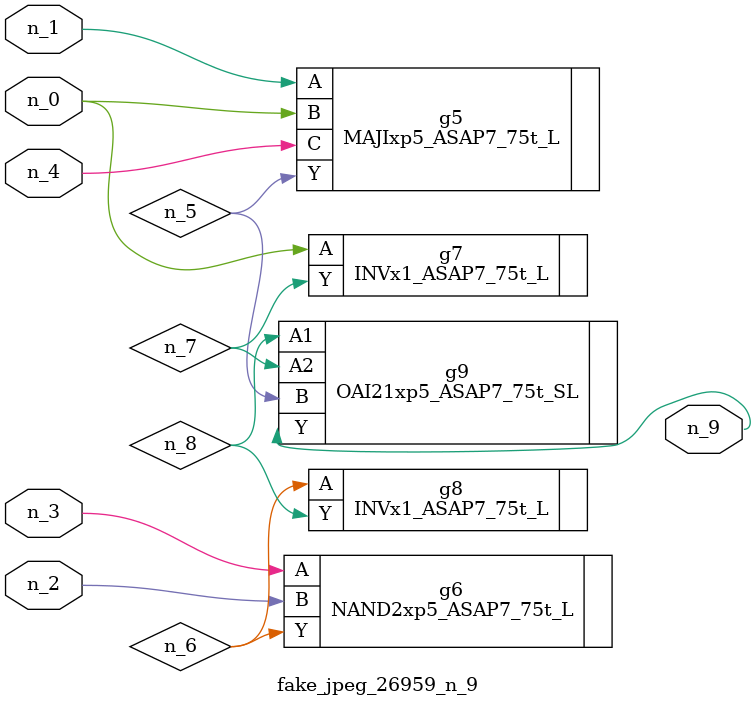
<source format=v>
module fake_jpeg_26959_n_9 (n_3, n_2, n_1, n_0, n_4, n_9);

input n_3;
input n_2;
input n_1;
input n_0;
input n_4;

output n_9;

wire n_8;
wire n_6;
wire n_5;
wire n_7;

MAJIxp5_ASAP7_75t_L g5 ( 
.A(n_1),
.B(n_0),
.C(n_4),
.Y(n_5)
);

NAND2xp5_ASAP7_75t_L g6 ( 
.A(n_3),
.B(n_2),
.Y(n_6)
);

INVx1_ASAP7_75t_L g7 ( 
.A(n_0),
.Y(n_7)
);

INVx1_ASAP7_75t_L g8 ( 
.A(n_6),
.Y(n_8)
);

OAI21xp5_ASAP7_75t_SL g9 ( 
.A1(n_8),
.A2(n_7),
.B(n_5),
.Y(n_9)
);


endmodule
</source>
